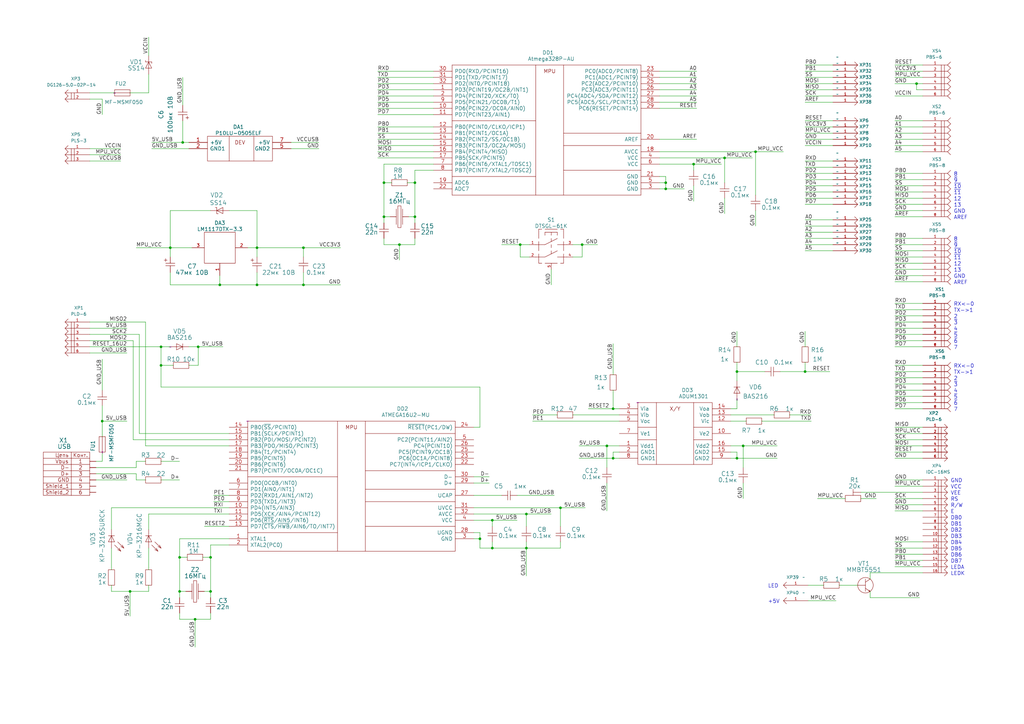
<source format=kicad_sch>
(kicad_sch (version 20211123) (generator eeschema)
  (paper "A3")
  (title_block (title "SafeDuino MEGA 328") (date "10 mar 2016") (rev "1.02"))
  (junction (at 90.17 116.84))
  (junction (at 215.9 210.82))
  (junction (at 80.01 254))
  (junction (at 302.26 152.4))
  (junction (at 251.46 187.96))
  (junction (at 86.36 228.6))
  (junction (at 248.92 182.88))
  (junction (at 41.91 172.72))
  (junction (at 273.05 77.47))
  (junction (at 302.26 187.96))
  (junction (at 304.8 182.88))
  (junction (at 238.76 100.33))
  (junction (at 170.18 74.93))
  (junction (at 297.18 64.77))
  (junction (at 213.36 100.33))
  (junction (at 251.46 167.64))
  (junction (at 309.88 62.23))
  (junction (at 105.41 116.84))
  (junction (at 375.92 34.29))
  (junction (at 157.48 74.93))
  (junction (at 105.41 101.6))
  (junction (at 124.46 116.84))
  (junction (at 284.48 67.31))
  (junction (at 196.85 220.98))
  (junction (at 201.93 213.36))
  (junction (at 163.83 100.33))
  (junction (at 229.87 208.28))
  (junction (at 124.46 101.6))
  (junction (at 74.93 58.42))
  (junction (at 170.18 88.9))
  (junction (at 86.36 242.57))
  (junction (at 73.66 242.57))
  (junction (at 273.05 74.93))
  (junction (at 69.85 101.6))
  (junction (at 81.28 142.24))
  (junction (at 73.66 228.6))
  (junction (at 215.9 224.79))
  (junction (at 157.48 88.9))
  (junction (at 66.04 142.24))
  (junction (at 330.2 152.4))
  (junction (at 66.04 149.86))
  (junction (at 201.93 224.79))
  (junction (at 53.34 242.57))
  (wire (pts (xy 76.835 228.6) (xy 73.66 228.6)))
  (wire (pts (xy 367.03 227.33) (xy 378.46 227.33)))
  (wire (pts (xy 330.2 68.58) (xy 341.63 68.58)))
  (wire (pts (xy 353.06 204.47) (xy 359.41 204.47)))
  (wire (pts (xy 299.72 185.42) (xy 302.26 185.42)))
  (wire (pts (xy 378.46 39.37) (xy 367.03 39.37)))
  (wire (pts (xy 304.8 182.88) (xy 318.77 182.88)))
  (wire (pts (xy 36.83 137.16) (xy 57.15 137.16)))
  (wire (pts (xy 353.06 201.93) (xy 378.46 201.93)))
  (wire (pts (xy 367.03 229.87) (xy 378.46 229.87)))
  (wire (pts (xy 215.9 210.82) (xy 226.06 210.82)))
  (wire (pts (xy 367.03 59.69) (xy 378.46 59.69)))
  (wire (pts (xy 55.88 196.85) (xy 55.88 194.31)))
  (wire (pts (xy 69.85 101.6) (xy 69.85 105.41)))
  (wire (pts (xy 170.18 100.33) (xy 170.18 97.79)))
  (wire (pts (xy 66.04 142.24) (xy 66.04 149.86)))
  (wire (pts (xy 36.83 132.08) (xy 59.69 132.08)))
  (wire (pts (xy 331.47 246.38) (xy 342.9 246.38)))
  (wire (pts (xy 237.49 182.88) (xy 248.92 182.88)))
  (wire (pts (xy 45.72 224.79) (xy 45.72 233.68)))
  (wire (pts (xy 69.85 86.36) (xy 69.85 101.6)))
  (wire (pts (xy 163.83 106.68) (xy 163.83 100.33)))
  (wire (pts (xy 59.69 196.85) (xy 55.88 196.85)))
  (wire (pts (xy 73.66 242.57) (xy 76.2 242.57)))
  (wire (pts (xy 367.03 54.61) (xy 378.46 54.61)))
  (wire (pts (xy 90.17 116.84) (xy 90.17 113.03)))
  (wire (pts (xy 367.03 232.41) (xy 378.46 232.41)))
  (wire (pts (xy 330.2 52.07) (xy 341.63 52.07)))
  (wire (pts (xy 60.96 242.57) (xy 60.96 240.03)))
  (wire (pts (xy 45.72 208.28) (xy 93.98 208.28)))
  (wire (pts (xy 341.63 34.29) (xy 330.2 34.29)))
  (wire (pts (xy 254 172.72) (xy 218.44 172.72)))
  (wire (pts (xy 297.18 74.93) (xy 297.18 64.77)))
  (wire (pts (xy 201.93 224.79) (xy 201.93 222.25)))
  (wire (pts (xy 378.46 88.9) (xy 367.03 88.9)))
  (wire (pts (xy 309.88 86.36) (xy 309.88 92.71)))
  (wire (pts (xy 378.46 134.62) (xy 367.03 134.62)))
  (wire (pts (xy 367.03 204.47) (xy 378.46 204.47)))
  (wire (pts (xy 196.85 218.44) (xy 196.85 220.98)))
  (wire (pts (xy 41.91 172.72) (xy 52.07 172.72)))
  (wire (pts (xy 341.63 31.75) (xy 330.2 31.75)))
  (wire (pts (xy 217.17 105.41) (xy 213.36 105.41)))
  (wire (pts (xy 312.42 172.72) (xy 332.74 172.72)))
  (wire (pts (xy 124.46 116.84) (xy 139.7 116.84)))
  (wire (pts (xy 86.36 223.52) (xy 93.98 223.52)))
  (wire (pts (xy 248.92 182.88) (xy 254 182.88)))
  (wire (pts (xy 105.41 101.6) (xy 105.41 105.41)))
  (wire (pts (xy 69.85 116.84) (xy 69.85 111.76)))
  (wire (pts (xy 309.88 62.23) (xy 321.31 62.23)))
  (wire (pts (xy 215.9 224.79) (xy 229.87 224.79)))
  (wire (pts (xy 205.74 100.33) (xy 213.36 100.33)))
  (wire (pts (xy 36.83 142.24) (xy 66.04 142.24)))
  (wire (pts (xy 367.03 142.24) (xy 378.46 142.24)))
  (wire (pts (xy 66.04 142.24) (xy 69.85 142.24)))
  (wire (pts (xy 302.26 152.4) (xy 313.69 152.4)))
  (wire (pts (xy 59.69 182.88) (xy 59.69 132.08)))
  (wire (pts (xy 375.92 34.29) (xy 378.46 34.29)))
  (wire (pts (xy 49.53 63.5) (xy 36.83 63.5)))
  (wire (pts (xy 367.03 199.39) (xy 378.46 199.39)))
  (wire (pts (xy 330.2 102.87) (xy 341.63 102.87)))
  (wire (pts (xy 378.46 76.2) (xy 367.03 76.2)))
  (wire (pts (xy 270.51 44.45) (xy 285.75 44.45)))
  (wire (pts (xy 60.96 210.82) (xy 60.96 217.17)))
  (wire (pts (xy 73.66 220.98) (xy 73.66 228.6)))
  (wire (pts (xy 375.92 36.83) (xy 378.46 36.83)))
  (wire (pts (xy 154.94 29.21) (xy 177.8 29.21)))
  (wire (pts (xy 213.36 100.33) (xy 217.17 100.33)))
  (wire (pts (xy 53.34 252.73) (xy 53.34 242.57)))
  (wire (pts (xy 196.85 224.79) (xy 201.93 224.79)))
  (wire (pts (xy 201.93 213.36) (xy 212.09 213.36)))
  (wire (pts (xy 378.46 182.88) (xy 367.03 182.88)))
  (wire (pts (xy 270.51 29.21) (xy 285.75 29.21)))
  (wire (pts (xy 285.75 36.83) (xy 270.51 36.83)))
  (wire (pts (xy 237.49 187.96) (xy 251.46 187.96)))
  (wire (pts (xy 157.48 100.33) (xy 163.83 100.33)))
  (wire (pts (xy 124.46 101.6) (xy 139.7 101.6)))
  (wire (pts (xy 330.2 76.2) (xy 341.63 76.2)))
  (wire (pts (xy 254 185.42) (xy 251.46 185.42)))
  (wire (pts (xy 341.63 29.21) (xy 330.2 29.21)))
  (wire (pts (xy 378.46 160.02) (xy 367.03 160.02)))
  (wire (pts (xy 196.85 175.26) (xy 194.31 175.26)))
  (wire (pts (xy 320.04 152.4) (xy 330.2 152.4)))
  (wire (pts (xy 378.46 71.12) (xy 367.03 71.12)))
  (wire (pts (xy 356.87 245.11) (xy 377.19 245.11)))
  (wire (pts (xy 378.46 177.8) (xy 367.03 177.8)))
  (wire (pts (xy 53.34 38.1) (xy 60.96 38.1)))
  (wire (pts (xy 86.36 223.52) (xy 86.36 228.6)))
  (wire (pts (xy 105.41 116.84) (xy 105.41 111.76)))
  (wire (pts (xy 375.92 34.29) (xy 375.92 36.83)))
  (wire (pts (xy 73.66 228.6) (xy 73.66 242.57)))
  (wire (pts (xy 49.53 66.04) (xy 36.83 66.04)))
  (wire (pts (xy 170.18 69.85) (xy 170.18 74.93)))
  (wire (pts (xy 77.47 142.24) (xy 81.28 142.24)))
  (wire (pts (xy 270.51 57.15) (xy 285.75 57.15)))
  (wire (pts (xy 53.34 242.57) (xy 60.96 242.57)))
  (wire (pts (xy 378.46 52.07) (xy 367.03 52.07)))
  (wire (pts (xy 302.26 152.4) (xy 302.26 156.21)))
  (wire (pts (xy 367.03 196.85) (xy 378.46 196.85)))
  (wire (pts (xy 201.93 213.36) (xy 201.93 215.9)))
  (wire (pts (xy 330.2 152.4) (xy 340.36 152.4)))
  (wire (pts (xy 367.03 124.46) (xy 378.46 124.46)))
  (wire (pts (xy 378.46 113.03) (xy 367.03 113.03)))
  (wire (pts (xy 378.46 110.49) (xy 367.03 110.49)))
  (wire (pts (xy 215.9 210.82) (xy 215.9 215.9)))
  (wire (pts (xy 41.91 46.99) (xy 41.91 40.64)))
  (wire (pts (xy 52.07 196.85) (xy 39.37 196.85)))
  (wire (pts (xy 285.75 31.75) (xy 270.51 31.75)))
  (wire (pts (xy 378.46 102.87) (xy 367.03 102.87)))
  (wire (pts (xy 270.51 67.31) (xy 284.48 67.31)))
  (wire (pts (xy 297.18 81.28) (xy 297.18 87.63)))
  (wire (pts (xy 270.51 41.91) (xy 285.75 41.91)))
  (wire (pts (xy 341.63 41.91) (xy 330.2 41.91)))
  (wire (pts (xy 196.85 158.75) (xy 196.85 175.26)))
  (wire (pts (xy 73.66 242.57) (xy 73.66 245.11)))
  (wire (pts (xy 105.41 101.6) (xy 124.46 101.6)))
  (wire (pts (xy 378.46 83.82) (xy 367.03 83.82)))
  (wire (pts (xy 60.96 210.82) (xy 93.98 210.82)))
  (wire (pts (xy 378.46 152.4) (xy 367.03 152.4)))
  (wire (pts (xy 177.8 46.99) (xy 154.94 46.99)))
  (wire (pts (xy 194.31 213.36) (xy 201.93 213.36)))
  (wire (pts (xy 270.51 77.47) (xy 273.05 77.47)))
  (wire (pts (xy 299.72 167.64) (xy 302.26 167.64)))
  (wire (pts (xy 54.61 180.34) (xy 93.98 180.34)))
  (wire (pts (xy 177.8 41.91) (xy 154.94 41.91)))
  (wire (pts (xy 194.31 208.28) (xy 229.87 208.28)))
  (wire (pts (xy 367.03 207.01) (xy 378.46 207.01)))
  (wire (pts (xy 367.03 34.29) (xy 375.92 34.29)))
  (wire (pts (xy 81.28 142.24) (xy 91.44 142.24)))
  (wire (pts (xy 69.85 101.6) (xy 78.74 101.6)))
  (wire (pts (xy 41.91 40.64) (xy 36.83 40.64)))
  (wire (pts (xy 341.63 78.74) (xy 330.2 78.74)))
  (wire (pts (xy 73.66 254) (xy 73.66 251.46)))
  (wire (pts (xy 41.91 189.23) (xy 41.91 185.42)))
  (wire (pts (xy 238.76 100.33) (xy 245.11 100.33)))
  (wire (pts (xy 378.46 157.48) (xy 367.03 157.48)))
  (wire (pts (xy 55.88 189.23) (xy 59.69 189.23)))
  (wire (pts (xy 356.87 234.95) (xy 378.46 234.95)))
  (wire (pts (xy 241.3 167.64) (xy 251.46 167.64)))
  (wire (pts (xy 69.85 86.36) (xy 86.36 86.36)))
  (wire (pts (xy 248.92 198.12) (xy 248.92 209.55)))
  (wire (pts (xy 367.03 149.86) (xy 378.46 149.86)))
  (wire (pts (xy 273.05 74.93) (xy 273.05 77.47)))
  (wire (pts (xy 163.83 100.33) (xy 170.18 100.33)))
  (wire (pts (xy 60.96 22.86) (xy 60.96 15.24)))
  (wire (pts (xy 330.2 83.82) (xy 341.63 83.82)))
  (wire (pts (xy 105.41 116.84) (xy 124.46 116.84)))
  (wire (pts (xy 57.15 177.8) (xy 57.15 137.16)))
  (wire (pts (xy 93.98 177.8) (xy 57.15 177.8)))
  (wire (pts (xy 270.51 74.93) (xy 273.05 74.93)))
  (wire (pts (xy 331.47 240.03) (xy 337.82 240.03)))
  (wire (pts (xy 194.31 218.44) (xy 196.85 218.44)))
  (wire (pts (xy 105.41 86.36) (xy 105.41 101.6)))
  (wire (pts (xy 304.8 204.47) (xy 304.8 198.12)))
  (wire (pts (xy 330.2 66.04) (xy 341.63 66.04)))
  (wire (pts (xy 284.48 67.31) (xy 295.91 67.31)))
  (wire (pts (xy 157.48 88.9) (xy 160.02 88.9)))
  (wire (pts (xy 330.2 49.53) (xy 341.63 49.53)))
  (wire (pts (xy 238.76 105.41) (xy 238.76 100.33)))
  (wire (pts (xy 83.82 242.57) (xy 86.36 242.57)))
  (wire (pts (xy 62.23 60.96) (xy 77.47 60.96)))
  (wire (pts (xy 251.46 185.42) (xy 251.46 187.96)))
  (wire (pts (xy 251.46 153.67) (xy 251.46 140.97)))
  (wire (pts (xy 54.61 139.7) (xy 54.61 180.34)))
  (wire (pts (xy 248.92 191.77) (xy 248.92 182.88)))
  (wire (pts (xy 49.53 60.96) (xy 36.83 60.96)))
  (wire (pts (xy 330.2 54.61) (xy 341.63 54.61)))
  (wire (pts (xy 101.6 101.6) (xy 105.41 101.6)))
  (wire (pts (xy 213.36 105.41) (xy 213.36 100.33)))
  (wire (pts (xy 36.83 38.1) (xy 46.99 38.1)))
  (wire (pts (xy 170.18 88.9) (xy 170.18 91.44)))
  (wire (pts (xy 74.93 58.42) (xy 77.47 58.42)))
  (wire (pts (xy 36.83 134.62) (xy 52.07 134.62)))
  (wire (pts (xy 154.94 44.45) (xy 177.8 44.45)))
  (wire (pts (xy 378.46 78.74) (xy 367.03 78.74)))
  (wire (pts (xy 299.72 187.96) (xy 302.26 187.96)))
  (wire (pts (xy 154.94 62.23) (xy 177.8 62.23)))
  (wire (pts (xy 45.72 217.17) (xy 45.72 208.28)))
  (wire (pts (xy 302.26 148.59) (xy 302.26 152.4)))
  (wire (pts (xy 119.38 58.42) (xy 130.81 58.42)))
  (wire (pts (xy 80.01 254) (xy 86.36 254)))
  (wire (pts (xy 309.88 80.01) (xy 309.88 62.23)))
  (wire (pts (xy 154.94 39.37) (xy 177.8 39.37)))
  (wire (pts (xy 341.63 39.37) (xy 330.2 39.37)))
  (wire (pts (xy 341.63 57.15) (xy 330.2 57.15)))
  (wire (pts (xy 341.63 36.83) (xy 330.2 36.83)))
  (wire (pts (xy 170.18 74.93) (xy 170.18 88.9)))
  (wire (pts (xy 378.46 105.41) (xy 367.03 105.41)))
  (wire (pts (xy 367.03 26.67) (xy 378.46 26.67)))
  (wire (pts (xy 367.03 154.94) (xy 378.46 154.94)))
  (wire (pts (xy 177.8 34.29) (xy 154.94 34.29)))
  (wire (pts (xy 254 170.18) (xy 234.95 170.18)))
  (wire (pts (xy 335.28 204.47) (xy 346.71 204.47)))
  (wire (pts (xy 74.93 49.53) (xy 74.93 58.42)))
  (wire (pts (xy 251.46 160.02) (xy 251.46 167.64)))
  (wire (pts (xy 304.8 191.77) (xy 304.8 182.88)))
  (wire (pts (xy 90.17 116.84) (xy 105.41 116.84)))
  (wire (pts (xy 378.46 73.66) (xy 367.03 73.66)))
  (wire (pts (xy 234.95 100.33) (xy 238.76 100.33)))
  (wire (pts (xy 378.46 81.28) (xy 367.03 81.28)))
  (wire (pts (xy 41.91 166.37) (xy 41.91 172.72)))
  (wire (pts (xy 330.2 152.4) (xy 330.2 148.59)))
  (wire (pts (xy 367.03 167.64) (xy 378.46 167.64)))
  (wire (pts (xy 330.2 100.33) (xy 341.63 100.33)))
  (wire (pts (xy 177.8 54.61) (xy 154.94 54.61)))
  (wire (pts (xy 215.9 222.25) (xy 215.9 224.79)))
  (wire (pts (xy 81.28 142.24) (xy 81.28 149.86)))
  (wire (pts (xy 45.72 242.57) (xy 53.34 242.57)))
  (wire (pts (xy 55.88 101.6) (xy 69.85 101.6)))
  (wire (pts (xy 330.2 142.24) (xy 330.2 135.89)))
  (wire (pts (xy 194.31 198.12) (xy 200.66 198.12)))
  (wire (pts (xy 80.01 265.43) (xy 80.01 254)))
  (wire (pts (xy 157.48 88.9) (xy 157.48 91.44)))
  (wire (pts (xy 270.51 64.77) (xy 297.18 64.77)))
  (wire (pts (xy 60.96 233.68) (xy 60.96 224.79)))
  (wire (pts (xy 86.36 228.6) (xy 86.36 242.57)))
  (wire (pts (xy 60.96 38.1) (xy 60.96 30.48)))
  (wire (pts (xy 378.46 100.33) (xy 367.03 100.33)))
  (wire (pts (xy 36.83 139.7) (xy 54.61 139.7)))
  (wire (pts (xy 302.26 185.42) (xy 302.26 187.96)))
  (wire (pts (xy 378.46 127) (xy 367.03 127)))
  (wire (pts (xy 87.63 205.74) (xy 93.98 205.74)))
  (wire (pts (xy 367.03 222.25) (xy 378.46 222.25)))
  (wire (pts (xy 341.63 90.17) (xy 330.2 90.17)))
  (wire (pts (xy 124.46 111.76) (xy 124.46 116.84)))
  (wire (pts (xy 378.46 139.7) (xy 367.03 139.7)))
  (wire (pts (xy 378.46 115.57) (xy 367.03 115.57)))
  (wire (pts (xy 66.04 189.23) (xy 73.66 189.23)))
  (wire (pts (xy 73.66 254) (xy 80.01 254)))
  (wire (pts (xy 69.85 116.84) (xy 90.17 116.84)))
  (wire (pts (xy 194.31 203.2) (xy 205.74 203.2)))
  (wire (pts (xy 330.2 92.71) (xy 341.63 92.71)))
  (wire (pts (xy 194.31 195.58) (xy 200.66 195.58)))
  (wire (pts (xy 39.37 189.23) (xy 41.91 189.23)))
  (wire (pts (xy 177.8 31.75) (xy 154.94 31.75)))
  (wire (pts (xy 251.46 187.96) (xy 254 187.96)))
  (wire (pts (xy 367.03 209.55) (xy 378.46 209.55)))
  (wire (pts (xy 81.28 149.86) (xy 77.47 149.86)))
  (wire (pts (xy 284.48 69.85) (xy 284.48 67.31)))
  (wire (pts (xy 201.93 224.79) (xy 215.9 224.79)))
  (wire (pts (xy 157.48 67.31) (xy 157.48 74.93)))
  (wire (pts (xy 194.31 210.82) (xy 215.9 210.82)))
  (wire (pts (xy 66.04 196.85) (xy 73.66 196.85)))
  (wire (pts (xy 86.36 242.57) (xy 86.36 245.11)))
  (wire (pts (xy 167.64 88.9) (xy 170.18 88.9)))
  (wire (pts (xy 330.2 73.66) (xy 341.63 73.66)))
  (wire (pts (xy 86.36 254) (xy 86.36 251.46)))
  (wire (pts (xy 367.03 162.56) (xy 378.46 162.56)))
  (wire (pts (xy 270.51 34.29) (xy 285.75 34.29)))
  (wire (pts (xy 378.46 132.08) (xy 367.03 132.08)))
  (wire (pts (xy 41.91 172.72) (xy 41.91 179.07)))
  (wire (pts (xy 41.91 160.02) (xy 41.91 147.32)))
  (wire (pts (xy 367.03 129.54) (xy 378.46 129.54)))
  (wire (pts (xy 196.85 220.98) (xy 196.85 224.79)))
  (wire (pts (xy 218.44 170.18) (xy 228.6 170.18)))
  (wire (pts (xy 93.98 182.88) (xy 59.69 182.88)))
  (wire (pts (xy 367.03 29.21) (xy 378.46 29.21)))
  (wire (pts (xy 367.03 224.79) (xy 378.46 224.79)))
  (wire (pts (xy 124.46 101.6) (xy 124.46 105.41)))
  (wire (pts (xy 157.48 67.31) (xy 177.8 67.31)))
  (wire (pts (xy 157.48 100.33) (xy 157.48 97.79)))
  (wire (pts (xy 154.94 57.15) (xy 177.8 57.15)))
  (wire (pts (xy 378.46 107.95) (xy 367.03 107.95)))
  (wire (pts (xy 170.18 69.85) (xy 177.8 69.85)))
  (wire (pts (xy 160.655 74.93) (xy 157.48 74.93)))
  (wire (pts (xy 378.46 165.1) (xy 367.03 165.1)))
  (wire (pts (xy 356.87 242.57) (xy 356.87 245.11)))
  (wire (pts (xy 66.04 158.75) (xy 196.85 158.75)))
  (wire (pts (xy 74.93 31.75) (xy 74.93 43.18)))
  (wire (pts (xy 45.72 242.57) (xy 45.72 240.03)))
  (wire (pts (xy 378.46 175.26) (xy 367.03 175.26)))
  (wire (pts (xy 367.03 49.53) (xy 378.46 49.53)))
  (wire (pts (xy 154.94 64.77) (xy 177.8 64.77)))
  (wire (pts (xy 71.12 149.86) (xy 66.04 149.86)))
  (wire (pts (xy 105.41 86.36) (xy 93.98 86.36)))
  (wire (pts (xy 302.26 142.24) (xy 302.26 135.89)))
  (wire (pts (xy 330.2 95.25) (xy 341.63 95.25)))
  (wire (pts (xy 273.05 77.47) (xy 280.67 77.47)))
  (wire (pts (xy 229.87 215.9) (xy 229.87 208.28)))
  (wire (pts (xy 212.09 203.2) (xy 227.33 203.2)))
  (wire (pts (xy 367.03 31.75) (xy 378.46 31.75)))
  (wire (pts (xy 226.06 116.84) (xy 226.06 110.49)))
  (wire (pts (xy 297.18 64.77) (xy 308.61 64.77)))
  (wire (pts (xy 215.9 224.79) (xy 215.9 236.22)))
  (wire (pts (xy 229.87 224.79) (xy 229.87 222.25)))
  (wire (pts (xy 378.46 57.15) (xy 367.03 57.15)))
  (wire (pts (xy 157.48 74.93) (xy 157.48 88.9)))
  (wire (pts (xy 367.03 62.23) (xy 378.46 62.23)))
  (wire (pts (xy 154.94 36.83) (xy 177.8 36.83)))
  (wire (pts (xy 330.2 81.28) (xy 341.63 81.28)))
  (wire (pts (xy 62.23 58.42) (xy 74.93 58.42)))
  (wire (pts (xy 378.46 97.79) (xy 367.03 97.79)))
  (wire (pts (xy 341.63 97.79) (xy 330.2 97.79)))
  (wire (pts (xy 284.48 76.2) (xy 284.48 82.55)))
  (wire (pts (xy 302.26 167.64) (xy 302.26 163.83)))
  (wire (pts (xy 273.05 72.39) (xy 273.05 74.93)))
  (wire (pts (xy 378.46 180.34) (xy 367.03 180.34)))
  (wire (pts (xy 356.87 237.49) (xy 356.87 234.95)))
  (wire (pts (xy 367.03 187.96) (xy 378.46 187.96)))
  (wire (pts (xy 119.38 60.96) (xy 130.81 60.96)))
  (wire (pts (xy 66.04 149.86) (xy 66.04 158.75)))
  (wire (pts (xy 234.95 105.41) (xy 238.76 105.41)))
  (wire (pts (xy 302.26 187.96) (xy 318.77 187.96)))
  (wire (pts (xy 332.74 170.18) (xy 323.85 170.18)))
  (wire (pts (xy 170.18 74.93) (xy 167.005 74.93)))
  (wire (pts (xy 83.82 215.9) (xy 93.98 215.9)))
  (wire (pts (xy 251.46 167.64) (xy 254 167.64)))
  (wire (pts (xy 344.17 240.03) (xy 351.79 240.03)))
  (wire (pts (xy 196.85 220.98) (xy 194.31 220.98)))
  (wire (pts (xy 55.88 191.77) (xy 55.88 189.23)))
  (wire (pts (xy 270.51 39.37) (xy 285.75 39.37)))
  (wire (pts (xy 39.37 191.77) (xy 55.88 191.77)))
  (wire (pts (xy 73.66 220.98) (xy 93.98 220.98)))
  (wire (pts (xy 273.05 72.39) (xy 270.51 72.39)))
  (wire (pts (xy 154.94 52.07) (xy 177.8 52.07)))
  (wire (pts (xy 378.46 86.36) (xy 367.03 86.36)))
  (wire (pts (xy 378.46 185.42) (xy 367.03 185.42)))
  (wire (pts (xy 341.63 71.12) (xy 330.2 71.12)))
  (wire (pts (xy 229.87 208.28) (xy 240.03 208.28)))
  (wire (pts (xy 270.51 62.23) (xy 309.88 62.23)))
  (wire (pts (xy 154.94 59.69) (xy 177.8 59.69)))
  (wire (pts (xy 87.63 203.2) (xy 93.98 203.2)))
  (wire (pts (xy 367.03 137.16) (xy 378.46 137.16)))
  (wire (pts (xy 306.07 172.72) (xy 299.72 172.72)))
  (wire (pts (xy 341.63 26.67) (xy 330.2 26.67)))
  (wire (pts (xy 52.07 144.78) (xy 36.83 144.78)))
  (wire (pts (xy 341.63 59.69) (xy 330.2 59.69)))
  (wire (pts (xy 55.88 194.31) (xy 39.37 194.31)))
  (wire (pts (xy 299.72 170.18) (xy 317.5 170.18)))
  (wire (pts (xy 299.72 182.88) (xy 304.8 182.88)))
  (wire (pts (xy 86.36 228.6) (xy 83.185 228.6)))
  (text "GND" (at 391.16 114.3 0) (effects (font (size 1.524 1.524)) (justify left bottom)))
  (text "RX<-0" (at 391.16 151.13 0) (effects (font (size 1.524 1.524)) (justify left bottom)))
  (text "DB2" (at 389.89 218.44 0) (effects (font (size 1.524 1.524)) (justify left bottom)))
  (text "AREF" (at 391.16 116.84 0) (effects (font (size 1.524 1.524)) (justify left bottom)))
  (text "E" (at 389.89 210.82 0) (effects (font (size 1.524 1.524)) (justify left bottom)))
  (text "TX->1" (at 391.16 128.27 0) (effects (font (size 1.524 1.524)) (justify left bottom)))
  (text "~{3}" (at 391.16 133.35 0) (effects (font (size 1.524 1.524)) (justify left bottom)))
  (text "GND" (at 389.89 198.12 0) (effects (font (size 1.524 1.524)) (justify left bottom)))
  (text "13" (at 391.16 111.76 0) (effects (font (size 1.524 1.524)) (justify left bottom)))
  (text "AREF" (at 391.16 90.17 0) (effects (font (size 1.524 1.524)) (justify left bottom)))
  (text "DB6" (at 389.89 228.6 0) (effects (font (size 1.524 1.524)) (justify left bottom)))
  (text "DB5" (at 389.89 226.06 0) (effects (font (size 1.524 1.524)) (justify left bottom)))
  (text "~{6}" (at 391.16 140.97 0) (effects (font (size 1.524 1.524)) (justify left bottom)))
  (text "7" (at 391.16 143.51 0) (effects (font (size 1.524 1.524)) (justify left bottom)))
  (text "2" (at 391.16 156.21 0) (effects (font (size 1.524 1.524)) (justify left bottom)))
  (text "12" (at 391.16 82.55 0) (effects (font (size 1.524 1.524)) (justify left bottom)))
  (text "LEDA" (at 389.89 233.68 0) (effects (font (size 1.524 1.524)) (justify left bottom)))
  (text "DB7" (at 389.89 231.14 0) (effects (font (size 1.524 1.524)) (justify left bottom)))
  (text "LED" (at 314.96 241.3 0) (effects (font (size 1.524 1.524)) (justify left bottom)))
  (text "~{5}" (at 391.16 163.83 0) (effects (font (size 1.524 1.524)) (justify left bottom)))
  (text "8" (at 391.16 99.06 0) (effects (font (size 1.524 1.524)) (justify left bottom)))
  (text "VEE" (at 389.89 203.2 0) (effects (font (size 1.524 1.524)) (justify left bottom)))
  (text "~{5}" (at 391.16 138.43 0) (effects (font (size 1.524 1.524)) (justify left bottom)))
  (text "DB3" (at 389.89 220.98 0) (effects (font (size 1.524 1.524)) (justify left bottom)))
  (text "~{6}" (at 391.16 166.37 0) (effects (font (size 1.524 1.524)) (justify left bottom)))
  (text "~{10}" (at 391.16 104.14 0) (effects (font (size 1.524 1.524)) (justify left bottom)))
  (text "RS" (at 389.89 205.74 0) (effects (font (size 1.524 1.524)) (justify left bottom)))
  (text "~{9}" (at 391.16 74.93 0) (effects (font (size 1.524 1.524)) (justify left bottom)))
  (text "DB1" (at 389.89 215.9 0) (effects (font (size 1.524 1.524)) (justify left bottom)))
  (text "13" (at 391.16 85.09 0) (effects (font (size 1.524 1.524)) (justify left bottom)))
  (text "~{11}" (at 391.16 106.68 0) (effects (font (size 1.524 1.524)) (justify left bottom)))
  (text "GND" (at 391.16 87.63 0) (effects (font (size 1.524 1.524)) (justify left bottom)))
  (text "12" (at 391.16 109.22 0) (effects (font (size 1.524 1.524)) (justify left bottom)))
  (text "LEDK" (at 389.89 236.22 0) (effects (font (size 1.524 1.524)) (justify left bottom)))
  (text "+5V" (at 314.96 247.65 0) (effects (font (size 1.524 1.524)) (justify left bottom)))
  (text "7" (at 391.16 168.91 0) (effects (font (size 1.524 1.524)) (justify left bottom)))
  (text "R/W" (at 389.89 208.28 0) (effects (font (size 1.524 1.524)) (justify left bottom)))
  (text "~{10}" (at 391.16 77.47 0) (effects (font (size 1.524 1.524)) (justify left bottom)))
  (text "DB4" (at 389.89 223.52 0) (effects (font (size 1.524 1.524)) (justify left bottom)))
  (text "TX->1" (at 391.16 153.67 0) (effects (font (size 1.524 1.524)) (justify left bottom)))
  (text "4" (at 391.16 161.29 0) (effects (font (size 1.524 1.524)) (justify left bottom)))
  (text "~{11}" (at 391.16 80.01 0) (effects (font (size 1.524 1.524)) (justify left bottom)))
  (text "4" (at 391.16 135.89 0) (effects (font (size 1.524 1.524)) (justify left bottom)))
  (text "RX<-0" (at 391.16 125.73 0) (effects (font (size 1.524 1.524)) (justify left bottom)))
  (text "~{3}" (at 391.16 158.75 0) (effects (font (size 1.524 1.524)) (justify left bottom)))
  (text "8" (at 391.16 72.39 0) (effects (font (size 1.524 1.524)) (justify left bottom)))
  (text "VCC" (at 389.89 200.66 0) (effects (font (size 1.524 1.524)) (justify left bottom)))
  (text "DB0" (at 389.89 213.36 0) (effects (font (size 1.524 1.524)) (justify left bottom)))
  (text "2" (at 391.16 130.81 0) (effects (font (size 1.524 1.524)) (justify left bottom)))
  (text "~{9}" (at 391.16 101.6 0) (effects (font (size 1.524 1.524)) (justify left bottom)))
  (label "PD7" (at 154.94 46.99 0) (effects (font (size 1.524 1.524))))
  (label "A4" (at 330.2 100.33 0) (effects (font (size 1.524 1.524))))
  (label "RESET2" (at 241.3 167.64 0) (effects (font (size 1.524 1.524))))
  (label "AREF" (at 330.2 41.91 0) (effects (font (size 1.524 1.524))))
  (label "5V_USB" (at 53.34 252.73 90) (effects (font (size 1.524 1.524))))
  (label "RESET" (at 285.75 44.45 180) (effects (font (size 1.524 1.524))))
  (label "GND" (at 359.41 204.47 180) (effects (font (size 1.524 1.524))))
  (label "A3" (at 330.2 97.79 0) (effects (font (size 1.524 1.524))))
  (label "PB0" (at 367.03 97.79 0) (effects (font (size 1.524 1.524))))
  (label "GND" (at 367.03 196.85 0) (effects (font (size 1.524 1.524))))
  (label "GND_USB" (at 227.33 203.2 180) (effects (font (size 1.524 1.524))))
  (label "MPU_VCC" (at 55.88 101.6 0) (effects (font (size 1.524 1.524))))
  (label "VCCIN" (at 367.03 39.37 0) (effects (font (size 1.524 1.524))))
  (label "TXD" (at 154.94 31.75 0) (effects (font (size 1.524 1.524))))
  (label "GND" (at 330.2 57.15 0) (effects (font (size 1.524 1.524))))
  (label "GND_USB" (at 62.23 60.96 0) (effects (font (size 1.524 1.524))))
  (label "GND_USB" (at 41.91 147.32 270) (effects (font (size 1.524 1.524))))
  (label "RESET" (at 367.03 185.42 0) (effects (font (size 1.524 1.524))))
  (label "SCK" (at 154.94 64.77 0) (effects (font (size 1.524 1.524))))
  (label "RESET" (at 330.2 49.53 0) (effects (font (size 1.524 1.524))))
  (label "SS" (at 367.03 224.79 0) (effects (font (size 1.524 1.524))))
  (label "SS" (at 154.94 57.15 0) (effects (font (size 1.524 1.524))))
  (label "5V_USB" (at 52.07 172.72 180) (effects (font (size 1.524 1.524))))
  (label "A1" (at 367.03 52.07 0) (effects (font (size 1.524 1.524))))
  (label "GND" (at 318.77 187.96 180) (effects (font (size 1.524 1.524))))
  (label "RXD" (at 367.03 149.86 0) (effects (font (size 1.524 1.524))))
  (label "PD5" (at 367.03 137.16 0) (effects (font (size 1.524 1.524))))
  (label "RXD" (at 154.94 29.21 0) (effects (font (size 1.524 1.524))))
  (label "A1" (at 285.75 31.75 180) (effects (font (size 1.524 1.524))))
  (label "PB1" (at 367.03 73.66 0) (effects (font (size 1.524 1.524))))
  (label "MISO" (at 367.03 107.95 0) (effects (font (size 1.524 1.524))))
  (label "PD4" (at 154.94 39.37 0) (effects (font (size 1.524 1.524))))
  (label "MOSI2" (at 52.07 139.7 180) (effects (font (size 1.524 1.524))))
  (label "5V_USB" (at 237.49 182.88 0) (effects (font (size 1.524 1.524))))
  (label "PB1" (at 154.94 54.61 0) (effects (font (size 1.524 1.524))))
  (label "GND_USB" (at 52.07 196.85 180) (effects (font (size 1.524 1.524))))
  (label "PD2" (at 154.94 34.29 0) (effects (font (size 1.524 1.524))))
  (label "GND" (at 302.26 135.89 270) (effects (font (size 1.524 1.524))))
  (label "D+" (at 200.66 198.12 180) (effects (font (size 1.524 1.524))))
  (label "MISO" (at 367.03 81.28 0) (effects (font (size 1.524 1.524))))
  (label "GND_USB" (at 248.92 209.55 90) (effects (font (size 1.524 1.524))))
  (label "PE1" (at 218.44 172.72 0) (effects (font (size 1.524 1.524))))
  (label "VCC3V3" (at 367.03 29.21 0) (effects (font (size 1.524 1.524))))
  (label "PD3" (at 154.94 36.83 0) (effects (font (size 1.524 1.524))))
  (label "GND_USB" (at 251.46 140.97 270) (effects (font (size 1.524 1.524))))
  (label "TXD" (at 367.03 152.4 0) (effects (font (size 1.524 1.524))))
  (label "AREF" (at 367.03 115.57 0) (effects (font (size 1.524 1.524))))
  (label "MPU_VCC" (at 367.03 31.75 0) (effects (font (size 1.524 1.524))))
  (label "PD7" (at 367.03 142.24 0) (effects (font (size 1.524 1.524))))
  (label "PD6" (at 367.03 165.1 0) (effects (font (size 1.524 1.524))))
  (label "SCK" (at 367.03 180.34 0) (effects (font (size 1.524 1.524))))
  (label "GND_USB" (at 52.07 144.78 180) (effects (font (size 1.524 1.524))))
  (label "PD4" (at 330.2 76.2 0) (effects (font (size 1.524 1.524))))
  (label "MPU_VCC" (at 318.77 182.88 180) (effects (font (size 1.524 1.524))))
  (label "PD6" (at 154.94 44.45 0) (effects (font (size 1.524 1.524))))
  (label "MOSI" (at 330.2 34.29 0) (effects (font (size 1.524 1.524))))
  (label "MOSI" (at 154.94 59.69 0) (effects (font (size 1.524 1.524))))
  (label "VCCIN" (at 42.8752 60.96 0) (effects (font (size 1.524 1.524))))
  (label "PB1" (at 367.03 100.33 0) (effects (font (size 1.524 1.524))))
  (label "VCCUSB" (at 40.64 66.04 0) (effects (font (size 1.524 1.524))))
  (label "A2" (at 330.2 95.25 0) (effects (font (size 1.524 1.524))))
  (label "GND" (at 245.11 100.33 180) (effects (font (size 1.524 1.524))))
  (label "SCK" (at 367.03 83.82 0) (effects (font (size 1.524 1.524))))
  (label "GND_USB" (at 215.9 236.22 90) (effects (font (size 1.524 1.524))))
  (label "MOSI" (at 367.03 78.74 0) (effects (font (size 1.524 1.524))))
  (label "MISO" (at 330.2 36.83 0) (effects (font (size 1.524 1.524))))
  (label "GND" (at 367.03 207.01 0) (effects (font (size 1.524 1.524))))
  (label "VCCIN" (at 330.2 59.69 0) (effects (font (size 1.524 1.524))))
  (label "PE0" (at 218.44 170.18 0) (effects (font (size 1.524 1.524))))
  (label "AREF" (at 367.03 88.9 0) (effects (font (size 1.524 1.524))))
  (label "MISO" (at 367.03 209.55 0) (effects (font (size 1.524 1.524))))
  (label "PD7" (at 367.03 167.64 0) (effects (font (size 1.524 1.524))))
  (label "A5" (at 330.2 102.87 0) (effects (font (size 1.524 1.524))))
  (label "TXD" (at 330.2 68.58 0) (effects (font (size 1.524 1.524))))
  (label "5V_USB" (at 240.03 208.28 180) (effects (font (size 1.524 1.524))))
  (label "GND" (at 226.06 116.84 90) (effects (font (size 1.524 1.524))))
  (label "MPU_VCC" (at 367.03 232.41 0) (effects (font (size 1.524 1.524))))
  (label "PD7" (at 330.2 83.82 0) (effects (font (size 1.524 1.524))))
  (label "D-" (at 200.66 195.58 180) (effects (font (size 1.524 1.524))))
  (label "GND" (at 130.81 60.96 180) (effects (font (size 1.524 1.524))))
  (label "TXI" (at 87.63 210.82 0) (effects (font (size 1.524 1.524))))
  (label "MPU_VCC" (at 335.28 204.47 0) (effects (font (size 1.524 1.524))))
  (label "A3" (at 367.03 57.15 0) (effects (font (size 1.524 1.524))))
  (label "PD5" (at 367.03 162.56 0) (effects (font (size 1.524 1.524))))
  (label "TXD" (at 332.74 172.72 180) (effects (font (size 1.524 1.524))))
  (label "A3" (at 285.75 36.83 180) (effects (font (size 1.524 1.524))))
  (label "PE1" (at 87.63 203.2 0) (effects (font (size 1.524 1.524))))
  (label "D-" (at 73.66 189.23 180) (effects (font (size 1.524 1.524))))
  (label "PD6" (at 330.2 81.28 0) (effects (font (size 1.524 1.524))))
  (label "SCK" (at 367.03 110.49 0) (effects (font (size 1.524 1.524))))
  (label "MOSI" (at 367.03 222.25 0) (effects (font (size 1.524 1.524))))
  (label "MOSI" (at 367.03 182.88 0) (effects (font (size 1.524 1.524))))
  (label "AREF" (at 285.75 57.15 180) (effects (font (size 1.524 1.524))))
  (label "TXD" (at 367.03 127 0) (effects (font (size 1.524 1.524))))
  (label "PB1" (at 367.03 229.87 0) (effects (font (size 1.524 1.524))))
  (label "RESET" (at 340.36 152.4 180) (effects (font (size 1.524 1.524))))
  (label "PD6" (at 367.03 139.7 0) (effects (font (size 1.524 1.524))))
  (label "MISO2" (at 52.07 132.08 180) (effects (font (size 1.524 1.524))))
  (label "5V_USB" (at 62.23 58.42 0) (effects (font (size 1.524 1.524))))
  (label "MPU_VCC" (at 330.2 54.61 0) (effects (font (size 1.524 1.524))))
  (label "SS" (at 367.03 102.87 0) (effects (font (size 1.524 1.524))))
  (label "GND" (at 330.2 135.89 270) (effects (font (size 1.524 1.524))))
  (label "A2" (at 367.03 54.61 0) (effects (font (size 1.524 1.524))))
  (label "SCK" (at 367.03 204.47 0) (effects (font (size 1.524 1.524))))
  (label "PB1" (at 330.2 29.21 0) (effects (font (size 1.524 1.524))))
  (label "A0" (at 367.03 49.53 0) (effects (font (size 1.524 1.524))))
  (label "MPU_VCC" (at 39.1668 63.5 0) (effects (font (size 1.524 1.524))))
  (label "PB0" (at 367.03 227.33 0) (effects (font (size 1.524 1.524))))
  (label "GND" (at 377.19 245.11 180) (effects (font (size 1.524 1.524))))
  (label "RESET" (at 205.74 100.33 0) (effects (font (size 1.524 1.524))))
  (label "SCK" (at 330.2 39.37 0) (effects (font (size 1.524 1.524))))
  (label "A4" (at 285.75 39.37 180) (effects (font (size 1.524 1.524))))
  (label "PD4" (at 367.03 160.02 0) (effects (font (size 1.524 1.524))))
  (label "GND" (at 309.88 92.71 90) (effects (font (size 1.524 1.524))))
  (label "PD3" (at 367.03 157.48 0) (effects (font (size 1.524 1.524))))
  (label "MPU_VCC" (at 308.61 64.77 180) (effects (font (size 1.524 1.524))))
  (label "RXD" (at 332.74 170.18 180) (effects (font (size 1.524 1.524))))
  (label "GND" (at 280.67 77.47 180) (effects (font (size 1.524 1.524))))
  (label "5V_USB" (at 91.44 142.24 180) (effects (font (size 1.524 1.524))))
  (label "A2" (at 285.75 34.29 180) (effects (font (size 1.524 1.524))))
  (label "GND" (at 139.7 116.84 180) (effects (font (size 1.524 1.524))))
  (label "RXI" (at 87.63 208.28 0) (effects (font (size 1.524 1.524))))
  (label "RESET" (at 367.03 26.67 0) (effects (font (size 1.524 1.524))))
  (label "GND" (at 41.91 46.99 90) (effects (font (size 1.524 1.524))))
  (label "5V_USB" (at 226.06 210.82 180) (effects (font (size 1.524 1.524))))
  (label "PB0" (at 154.94 52.07 0) (effects (font (size 1.524 1.524))))
  (label "MISO" (at 154.94 62.23 0) (effects (font (size 1.524 1.524))))
  (label "MISO" (at 367.03 175.26 0) (effects (font (size 1.524 1.524))))
  (label "PB0" (at 367.03 71.12 0) (effects (font (size 1.524 1.524))))
  (label "MOSI" (at 367.03 105.41 0) (effects (font (size 1.524 1.524))))
  (label "A4" (at 367.03 59.69 0) (effects (font (size 1.524 1.524))))
  (label "GND" (at 367.03 187.96 0) (effects (font (size 1.524 1.524))))
  (label "A0" (at 330.2 90.17 0) (effects (font (size 1.524 1.524))))
  (label "GND_USB" (at 74.93 31.75 270) (effects (font (size 1.524 1.524))))
  (label "PD5" (at 154.94 41.91 0) (effects (font (size 1.524 1.524))))
  (label "PD2" (at 330.2 71.12 0) (effects (font (size 1.524 1.524))))
  (label "A5" (at 285.75 41.91 180) (effects (font (size 1.524 1.524))))
  (label "A5" (at 367.03 62.23 0) (effects (font (size 1.524 1.524))))
  (label "SS" (at 367.03 76.2 0) (effects (font (size 1.524 1.524))))
  (label "VCC3V3" (at 139.7 101.6 180) (effects (font (size 1.524 1.524))))
  (label "MPU_VCC" (at 367.03 177.8 0) (effects (font (size 1.524 1.524))))
  (label "RESET2" (at 83.82 215.9 0) (effects (font (size 1.524 1.524))))
  (label "GND_USB" (at 80.01 265.43 90) (effects (font (size 1.524 1.524))))
  (label "PB0" (at 330.2 26.67 0) (effects (font (size 1.524 1.524))))
  (label "GND" (at 367.03 34.29 0) (effects (font (size 1.524 1.524))))
  (label "VCCUSB" (at 130.81 58.42 180) (effects (font (size 1.524 1.524))))
  (label "D+" (at 73.66 196.85 180) (effects (font (size 1.524 1.524))))
  (label "RXD" (at 367.03 124.46 0) (effects (font (size 1.524 1.524))))
  (label "GND" (at 367.03 113.03 0) (effects (font (size 1.524 1.524))))
  (label "VCC3V3" (at 330.2 52.07 0) (effects (font (size 1.524 1.524))))
  (label "PE0" (at 87.63 205.74 0) (effects (font (size 1.524 1.524))))
  (label "GND" (at 297.18 87.63 90) (effects (font (size 1.524 1.524))))
  (label "GND" (at 367.03 86.36 0) (effects (font (size 1.524 1.524))))
  (label "SCK2" (at 52.07 137.16 180) (effects (font (size 1.524 1.524))))
  (label "5V_USB" (at 212.09 213.36 180) (effects (font (size 1.524 1.524))))
  (label "PD5" (at 330.2 78.74 0) (effects (font (size 1.524 1.524))))
  (label "MPU_VCC" (at 342.9 246.38 180) (effects (font (size 1.524 1.524))))
  (label "PD3" (at 330.2 73.66 0) (effects (font (size 1.524 1.524))))
  (label "A1" (at 330.2 92.71 0) (effects (font (size 1.524 1.524))))
  (label "MPU_VCC" (at 321.31 62.23 180) (effects (font (size 1.524 1.524))))
  (label "GND" (at 284.48 82.55 90) (effects (font (size 1.524 1.524))))
  (label "PD2" (at 367.03 129.54 0) (effects (font (size 1.524 1.524))))
  (label "GND_USB" (at 237.49 187.96 0) (effects (font (size 1.524 1.524))))
  (label "SS" (at 330.2 31.75 0) (effects (font (size 1.524 1.524))))
  (label "RESET_16U2" (at 52.07 142.24 180) (effects (font (size 1.524 1.524))))
  (label "MPU_VCC" (at 295.91 67.31 180) (effects (font (size 1.524 1.524))))
  (label "PD2" (at 367.03 154.94 0) (effects (font (size 1.524 1.524))))
  (label "RXD" (at 330.2 66.04 0) (effects (font (size 1.524 1.524))))
  (label "GND" (at 304.8 204.47 90) (effects (font (size 1.524 1.524))))
  (label "VCCIN" (at 60.96 15.24 270) (effects (font (size 1.524 1.524))))
  (label "PD4" (at 367.03 134.62 0) (effects (font (size 1.524 1.524))))
  (label "PD3" (at 367.03 132.08 0) (effects (font (size 1.524 1.524))))
  (label "GND" (at 163.83 106.68 90) (effects (font (size 1.524 1.524))))
  (label "MPU_VCC" (at 367.03 199.39 0) (effects (font (size 1.524 1.524))))
  (label "5V_USB" (at 52.07 134.62 180) (effects (font (size 1.524 1.524))))
  (label "A0" (at 285.75 29.21 180) (effects (font (size 1.524 1.524))))
  (symbol (lib_id "safeduino_mega_328-rescue:ATmega168-20AU") (at 185.42 26.67 0) (unit 1)
    (property "Reference" "DD1" (at 224.79 21.59 0) (effects (font (size 1.524 1.524))))
    (property "Value" "Atmega328P-AU" (at 226.06 24.13 0) (effects (font (size 1.524 1.524))))
  )
  (symbol (lib_id "safeduino_mega_328-rescue:CAPITORS") (at 41.91 166.37 90) (unit 1)
    (property "Reference" "C2" (at 35.56 162.56 90) (effects (font (size 1.8034 1.8034))))
    (property "Value" "0.1мк" (at 35.56 165.1 90) (effects (font (size 1.8034 1.8034))))
  )
  (symbol (lib_id "safeduino_mega_328-rescue:CAPITORS") (at 304.8 198.12 90) (unit 1)
    (property "Reference" "C13" (at 298.45 194.31 90) (effects (font (size 1.8034 1.8034))))
    (property "Value" "0.1мк" (at 298.45 196.85 90) (effects (font (size 1.8034 1.8034))))
  )
  (symbol (lib_id "safeduino_mega_328-rescue:PIN_M_6") (at 378.46 175.26 0) (unit 1)
    (property "Reference" "XP2" (at 381 170.18 0) (effects (justify left bottom)))
    (property "Value" "PLD-6" (at 379.73 172.72 0) (effects (justify left bottom)))
  )
  (symbol (lib_id "safeduino_mega_328-rescue:USB") (at 39.37 189.23 0) (mirror y) (unit 1)
    (property "Reference" "X1" (at 27.94 181.61 0) (effects (font (size 1.8034 1.8034)) (justify left bottom)))
    (property "Value" "USB" (at 29.21 184.15 0) (effects (font (size 1.8034 1.8034)) (justify left bottom)))
  )
  (symbol (lib_id "safeduino_mega_328-rescue:P10LU-0505ELF") (at 85.09 55.88 0) (unit 1)
    (property "Reference" "DA1" (at 97.79 52.07 0) (effects (font (size 1.524 1.524))))
    (property "Value" "P10LU-0505ELF" (at 97.79 54.61 0) (effects (font (size 1.524 1.524))))
  )
  (symbol (lib_id "safeduino_mega_328-rescue:QUARTZ_RESONATOR") (at 160.02 88.9 0) (unit 1)
    (property "Reference" "Z1" (at 163.83 80.01 0) (effects (font (size 1.8034 1.8034))))
    (property "Value" "16МГц" (at 163.83 82.55 0) (effects (font (size 1.8034 1.8034))))
  )
  (symbol (lib_id "safeduino_mega_328-rescue:CAPITORS") (at 157.48 91.44 90) (mirror x) (unit 1)
    (property "Reference" "C14" (at 152.4 92.71 90) (effects (font (size 1.8034 1.8034))))
    (property "Value" "22п" (at 152.4 95.25 90) (effects (font (size 1.8034 1.8034))))
  )
  (symbol (lib_id "safeduino_mega_328-rescue:CAPITORS") (at 170.18 91.44 270) (unit 1)
    (property "Reference" "C15" (at 175.26 92.71 90) (effects (font (size 1.8034 1.8034))))
    (property "Value" "22п" (at 175.26 95.25 90) (effects (font (size 1.8034 1.8034))))
  )
  (symbol (lib_id "safeduino_mega_328-rescue:RESISTOR") (at 317.5 170.18 0) (unit 1)
    (property "Reference" "R6" (at 317.5 167.64 0) (effects (font (size 1.8034 1.8034))))
    (property "Value" "1к" (at 323.85 167.64 0) (effects (font (size 1.8034 1.8034))))
  )
  (symbol (lib_id "safeduino_mega_328-rescue:RESISTOR") (at 306.07 172.72 0) (unit 1)
    (property "Reference" "R7" (at 306.07 176.53 0) (effects (font (size 1.8034 1.8034))))
    (property "Value" "1к" (at 312.42 176.53 0) (effects (font (size 1.8034 1.8034))))
  )
  (symbol (lib_id "safeduino_mega_328-rescue:PIN_F_8") (at 378.46 71.12 0) (unit 1)
    (property "Reference" "XS3" (at 382.27 66.04 0) (effects (justify left bottom)))
    (property "Value" "PBS-8" (at 381 68.58 0) (effects (justify left bottom)))
  )
  (symbol (lib_id "safeduino_mega_328-rescue:PIN_F_6") (at 378.46 26.67 0) (unit 1)
    (property "Reference" "XS4" (at 382.27 21.59 0) (effects (justify left bottom)))
    (property "Value" "PBS-6" (at 379.73 24.13 0) (effects (justify left bottom)))
  )
  (symbol (lib_id "safeduino_mega_328-rescue:button_smd_1") (at 217.17 100.33 0) (unit 1)
    (property "Reference" "S1" (at 226.06 90.17 0) (effects (font (size 1.524 1.524))))
    (property "Value" "DTSGL-61K" (at 226.06 92.71 0) (effects (font (size 1.524 1.524))))
  )
  (symbol (lib_id "safeduino_mega_328-rescue:CAPITORS") (at 284.48 69.85 270) (unit 1)
    (property "Reference" "C16" (at 290.83 72.39 90) (effects (font (size 1.8034 1.8034))))
    (property "Value" "0.1мк" (at 290.83 74.93 90) (effects (font (size 1.8034 1.8034))))
  )
  (symbol (lib_id "safeduino_mega_328-rescue:PIN_M_2") (at 36.83 38.1 0) (mirror y) (unit 1)
    (property "Reference" "XP3" (at 33.02 33.02 0) (effects (justify left bottom)))
    (property "Value" "DG126-5.0-02P-14" (at 39.37 35.56 0) (effects (justify left bottom)))
  )
  (symbol (lib_id "safeduino_mega_328-rescue:PIN_F_6") (at 378.46 49.53 0) (unit 1)
    (property "Reference" "XS2" (at 382.27 44.45 0) (effects (justify left bottom)))
    (property "Value" "PBS-6" (at 381 46.99 0) (effects (justify left bottom)))
  )
  (symbol (lib_id "safeduino_mega_328-rescue:PIN_F_8") (at 378.46 124.46 0) (unit 1)
    (property "Reference" "XS1" (at 383.54 119.38 0) (effects (justify left bottom)))
    (property "Value" "PBS-8" (at 381 121.92 0) (effects (justify left bottom)))
  )
  (symbol (lib_id "safeduino_mega_328-rescue:RESISTOR") (at 160.655 74.93 0) (unit 1)
    (property "Reference" "R8" (at 163.195 69.85 0) (effects (font (size 1.8034 1.8034))))
    (property "Value" "1M" (at 163.195 72.39 0) (effects (font (size 1.8034 1.8034))))
  )
  (symbol (lib_id "safeduino_mega_328-rescue:SHOTTKY_DIODE") (at 60.96 30.48 90) (unit 1)
    (property "Reference" "VD1" (at 55.88 25.4 90) (effects (font (size 1.8034 1.8034))))
    (property "Value" "SS14" (at 55.88 27.94 90) (effects (font (size 1.8034 1.8034))))
  )
  (symbol (lib_id "safeduino_mega_328-rescue:CAPITORS") (at 297.18 74.93 270) (unit 1)
    (property "Reference" "C17" (at 303.53 77.47 90) (effects (font (size 1.8034 1.8034))))
    (property "Value" "0.1мк" (at 303.53 80.01 90) (effects (font (size 1.8034 1.8034))))
  )
  (symbol (lib_id "safeduino_mega_328-rescue:CAPITORS") (at 309.88 80.01 270) (unit 1)
    (property "Reference" "C18" (at 316.23 82.55 90) (effects (font (size 1.8034 1.8034))))
    (property "Value" "0.1мк" (at 316.23 85.09 90) (effects (font (size 1.8034 1.8034))))
  )
  (symbol (lib_id "safeduino_mega_328-rescue:CAPITORS_ELECTROLYTIC") (at 105.41 105.41 90) (mirror x) (unit 1)
    (property "Reference" "C21" (at 113.03 109.22 90) (effects (font (size 1.8034 1.8034))))
    (property "Value" "22мк 10В" (at 114.3 111.76 90) (effects (font (size 1.8034 1.8034))))
  )
  (symbol (lib_id "safeduino_mega_328-rescue:CAPITORS") (at 124.46 105.41 270) (unit 1)
    (property "Reference" "C23" (at 130.81 109.22 90) (effects (font (size 1.8034 1.8034))))
    (property "Value" "0.1мк" (at 129.54 111.76 90) (effects (font (size 1.8034 1.8034))))
  )
  (symbol (lib_id "safeduino_mega_328-rescue:LM1117") (at 83.82 95.25 0) (unit 1)
    (property "Reference" "DA3" (at 90.17 91.44 0) (effects (font (size 1.524 1.524))))
    (property "Value" "LM1117DTX-3.3" (at 90.17 93.98 0) (effects (font (size 1.524 1.524))))
  )
  (symbol (lib_id "safeduino_mega_328-rescue:PIN_F_8") (at 378.46 97.79 0) (unit 1)
    (property "Reference" "XS5" (at 382.27 92.71 0) (effects (justify left bottom)))
    (property "Value" "PBS-8" (at 381 95.25 0) (effects (justify left bottom)))
  )
  (symbol (lib_id "safeduino_mega_328-rescue:CAPITORS_ELECTROLYTIC") (at 74.93 49.53 270) (mirror x) (unit 1)
    (property "Reference" "C6" (at 66.04 46.99 0) (effects (font (size 1.8034 1.8034))))
    (property "Value" "100мк 10В" (at 69.85 46.99 0) (effects (font (size 1.8034 1.8034))))
  )
  (symbol (lib_id "safeduino_mega_328-rescue:PIN_F_8") (at 378.46 149.86 0) (unit 1)
    (property "Reference" "XS6" (at 383.54 144.78 0) (effects (justify left bottom)))
    (property "Value" "PBS-8" (at 381 147.32 0) (effects (justify left bottom)))
  )
  (symbol (lib_id "safeduino_mega_328-rescue:CAPITORS_ELECTROLYTIC") (at 69.85 105.41 90) (mirror x) (unit 1)
    (property "Reference" "C7" (at 78.74 109.22 90) (effects (font (size 1.8034 1.8034))))
    (property "Value" "47мк 10В" (at 78.74 111.76 90) (effects (font (size 1.8034 1.8034))))
  )
  (symbol (lib_id "safeduino_mega_328-rescue:PIN_M_16") (at 378.46 196.85 0) (unit 1)
    (property "Reference" "XP4" (at 382.27 191.77 0) (effects (justify left bottom)))
    (property "Value" "IDC-16MS" (at 379.73 194.31 0) (effects (justify left bottom)))
  )
  (symbol (lib_id "safeduino_mega_328-rescue:RESISTOR_TRIMMING") (at 346.71 204.47 0) (unit 1)
    (property "Reference" "R1" (at 350.52 196.85 0) (effects (font (size 1.8034 1.8034))))
    (property "Value" "20к" (at 350.52 199.39 0) (effects (font (size 1.8034 1.8034))))
  )
  (symbol (lib_id "safeduino_mega_328-rescue:PIN_M_3") (at 36.83 60.96 0) (mirror y) (unit 1)
    (property "Reference" "XP5" (at 33.02 55.88 0) (effects (justify left bottom)))
    (property "Value" "PLS-3" (at 35.56 58.42 0) (effects (justify left bottom)))
  )
  (symbol (lib_id "safeduino_mega_328-rescue:PIN_M_1") (at 341.63 49.53 0) (unit 1)
    (property "Reference" "XP6" (at 352.425 50.165 0) (effects (justify left bottom)))
    (property "Value" "~" (at 342.9 46.99 0) (effects (justify left bottom)))
  )
  (symbol (lib_id "safeduino_mega_328-rescue:PIN_M_1") (at 341.63 52.07 0) (unit 1)
    (property "Reference" "XP7" (at 352.425 52.705 0) (effects (justify left bottom)))
    (property "Value" "~" (at 342.9 49.53 0) (effects (justify left bottom)))
  )
  (symbol (lib_id "safeduino_mega_328-rescue:PIN_M_1") (at 341.63 57.15 0) (unit 1)
    (property "Reference" "XP9" (at 352.425 57.785 0) (effects (justify left bottom)))
    (property "Value" "~" (at 342.9 54.61 0) (effects (justify left bottom)))
  )
  (symbol (lib_id "safeduino_mega_328-rescue:PIN_M_1") (at 341.63 54.61 0) (unit 1)
    (property "Reference" "XP8" (at 352.425 55.245 0) (effects (justify left bottom)))
    (property "Value" "~" (at 342.9 52.07 0) (effects (justify left bottom)))
  )
  (symbol (lib_id "safeduino_mega_328-rescue:PIN_M_1") (at 341.63 59.69 0) (unit 1)
    (property "Reference" "XP10" (at 352.425 60.325 0) (effects (justify left bottom)))
    (property "Value" "~" (at 342.9 57.15 0) (effects (justify left bottom)))
  )
  (symbol (lib_id "safeduino_mega_328-rescue:PIN_M_1") (at 341.63 76.2 0) (unit 1)
    (property "Reference" "XP15" (at 352.425 76.835 0) (effects (justify left bottom)))
    (property "Value" "~" (at 342.9 73.66 0) (effects (justify left bottom)))
  )
  (symbol (lib_id "safeduino_mega_328-rescue:PIN_M_1") (at 341.63 78.74 0) (unit 1)
    (property "Reference" "XP16" (at 352.425 79.375 0) (effects (justify left bottom)))
    (property "Value" "~" (at 342.9 76.2 0) (effects (justify left bottom)))
  )
  (symbol (lib_id "safeduino_mega_328-rescue:PIN_M_1") (at 341.63 83.82 0) (unit 1)
    (property "Reference" "XP18" (at 352.425 84.455 0) (effects (justify left bottom)))
    (property "Value" "~" (at 342.9 81.28 0) (effects (justify left bottom)))
  )
  (symbol (lib_id "safeduino_mega_328-rescue:PIN_M_1") (at 341.63 81.28 0) (unit 1)
    (property "Reference" "XP17" (at 352.425 81.915 0) (effects (justify left bottom)))
    (property "Value" "~" (at 342.9 78.74 0) (effects (justify left bottom)))
  )
  (symbol (lib_id "safeduino_mega_328-rescue:PIN_M_1") (at 341.63 71.12 0) (unit 1)
    (property "Reference" "XP13" (at 352.425 71.755 0) (effects (justify left bottom)))
    (property "Value" "~" (at 342.9 68.58 0) (effects (justify left bottom)))
  )
  (symbol (lib_id "safeduino_mega_328-rescue:PIN_M_1") (at 341.63 73.66 0) (unit 1)
    (property "Reference" "XP14" (at 352.425 74.295 0) (effects (justify left bottom)))
    (property "Value" "~" (at 342.9 71.12 0) (effects (justify left bottom)))
  )
  (symbol (lib_id "safeduino_mega_328-rescue:PIN_M_1") (at 341.63 68.58 0) (unit 1)
    (property "Reference" "XP12" (at 352.425 69.215 0) (effects (justify left bottom)))
    (property "Value" "~" (at 342.9 66.04 0) (effects (justify left bottom)))
  )
  (symbol (lib_id "safeduino_mega_328-rescue:PIN_M_1") (at 341.63 66.04 0) (unit 1)
    (property "Reference" "XP11" (at 352.425 66.675 0) (effects (justify left bottom)))
    (property "Value" "~" (at 342.9 63.5 0) (effects (justify left bottom)))
  )
  (symbol (lib_id "safeduino_mega_328-rescue:PIN_M_1") (at 341.63 97.79 0) (unit 1)
    (property "Reference" "XP28" (at 352.425 98.425 0) (effects (justify left bottom)))
    (property "Value" "~" (at 342.9 95.25 0) (effects (justify left bottom)))
  )
  (symbol (lib_id "safeduino_mega_328-rescue:PIN_M_1") (at 341.63 100.33 0) (unit 1)
    (property "Reference" "XP29" (at 352.425 100.965 0) (effects (justify left bottom)))
    (property "Value" "~" (at 342.9 97.79 0) (effects (justify left bottom)))
  )
  (symbol (lib_id "safeduino_mega_328-rescue:PIN_M_1") (at 341.63 102.87 0) (unit 1)
    (property "Reference" "XP30" (at 352.425 103.505 0) (effects (justify left bottom)))
    (property "Value" "~" (at 342.9 100.33 0) (effects (justify left bottom)))
  )
  (symbol (lib_id "safeduino_mega_328-rescue:PIN_M_1") (at 341.63 95.25 0) (unit 1)
    (property "Reference" "XP27" (at 352.425 95.885 0) (effects (justify left bottom)))
    (property "Value" "~" (at 342.9 92.71 0) (effects (justify left bottom)))
  )
  (symbol (lib_id "safeduino_mega_328-rescue:PIN_M_1") (at 341.63 92.71 0) (unit 1)
    (property "Reference" "XP26" (at 352.425 93.345 0) (effects (justify left bottom)))
    (property "Value" "~" (at 342.9 90.17 0) (effects (justify left bottom)))
  )
  (symbol (lib_id "safeduino_mega_328-rescue:PIN_M_1") (at 341.63 90.17 0) (unit 1)
    (property "Reference" "XP25" (at 352.425 90.805 0) (effects (justify left bottom)))
    (property "Value" "~" (at 342.9 87.63 0) (effects (justify left bottom)))
  )
  (symbol (lib_id "safeduino_mega_328-rescue:PIN_M_1") (at 341.63 26.67 0) (unit 1)
    (property "Reference" "XP31" (at 352.425 27.305 0) (effects (justify left bottom)))
    (property "Value" "~" (at 342.9 24.13 0) (effects (justify left bottom)))
  )
  (symbol (lib_id "safeduino_mega_328-rescue:PIN_M_1") (at 341.63 29.21 0) (unit 1)
    (property "Reference" "XP32" (at 352.425 29.845 0) (effects (justify left bottom)))
    (property "Value" "~" (at 342.9 26.67 0) (effects (justify left bottom)))
  )
  (symbol (lib_id "safeduino_mega_328-rescue:PIN_M_1") (at 341.63 34.29 0) (unit 1)
    (property "Reference" "XP34" (at 352.425 34.925 0) (effects (justify left bottom)))
    (property "Value" "~" (at 342.9 31.75 0) (effects (justify left bottom)))
  )
  (symbol (lib_id "safeduino_mega_328-rescue:PIN_M_1") (at 341.63 31.75 0) (unit 1)
    (property "Reference" "XP33" (at 352.425 32.385 0) (effects (justify left bottom)))
    (property "Value" "~" (at 342.9 29.21 0) (effects (justify left bottom)))
  )
  (symbol (lib_id "safeduino_mega_328-rescue:PIN_M_1") (at 341.63 41.91 0) (unit 1)
    (property "Reference" "XP38" (at 352.425 42.545 0) (effects (justify left bottom)))
    (property "Value" "~" (at 342.9 39.37 0) (effects (justify left bottom)))
  )
  (symbol (lib_id "safeduino_mega_328-rescue:PIN_M_1") (at 341.63 39.37 0) (unit 1)
    (property "Reference" "XP36" (at 352.425 40.005 0) (effects (justify left bottom)))
    (property "Value" "~" (at 342.9 36.83 0) (effects (justify left bottom)))
  )
  (symbol (lib_id "safeduino_mega_328-rescue:PIN_M_1") (at 341.63 36.83 0) (unit 1)
    (property "Reference" "XP35" (at 352.425 37.465 0) (effects (justify left bottom)))
    (property "Value" "~" (at 342.9 34.29 0) (effects (justify left bottom)))
  )
  (symbol (lib_id "safeduino_mega_328-rescue:SHOTTKY_DIODE") (at 93.98 86.36 0) (mirror y) (unit 1)
    (property "Reference" "VD2" (at 88.9 80.01 0) (effects (font (size 1.8034 1.8034))))
    (property "Value" "SS14" (at 89.535 83.185 0) (effects (font (size 1.8034 1.8034))))
  )
  (symbol (lib_id "safeduino_mega_328-rescue:NPN-RESCUE-safeduino_mega_328") (at 351.79 240.03 0) (unit 1)
    (property "Reference" "VT1" (at 354.33 231.14 0) (effects (font (size 1.8034 1.8034))))
    (property "Value" "MMBT5551" (at 354.33 233.68 0) (effects (font (size 1.8034 1.8034))))
  )
  (symbol (lib_id "safeduino_mega_328-rescue:PIN_M_1") (at 331.47 240.03 0) (mirror y) (unit 1)
    (property "Reference" "XP39" (at 327.66 237.49 0) (effects (justify left bottom)))
    (property "Value" "~" (at 330.2 237.49 0) (effects (justify left bottom)))
  )
  (symbol (lib_id "safeduino_mega_328-rescue:RESISTOR") (at 337.82 240.03 0) (unit 1)
    (property "Reference" "R5" (at 337.82 237.49 0) (effects (font (size 1.8034 1.8034))))
    (property "Value" "1к" (at 344.17 237.49 0) (effects (font (size 1.8034 1.8034))))
  )
  (symbol (lib_id "safeduino_mega_328-rescue:PIN_M_1") (at 331.47 246.38 0) (mirror y) (unit 1)
    (property "Reference" "XP40" (at 327.66 243.84 0) (effects (justify left bottom)))
    (property "Value" "~" (at 330.2 243.84 0) (effects (justify left bottom)))
  )
  (symbol (lib_id "safeduino_mega_328-rescue:ATMEGA16U2-MU") (at 101.6 172.72 0) (unit 1)
    (property "Reference" "DD2" (at 165.1 167.64 0) (effects (font (size 1.524 1.524))))
    (property "Value" "ATMEGA16U2-MU" (at 166.37 170.18 0) (effects (font (size 1.524 1.524))))
    (property "Footprint" "~" (at 101.6 172.72 0) (effects (font (size 1.524 1.524))))
    (property "Datasheet" "~" (at 101.6 172.72 0) (effects (font (size 1.524 1.524))))
  )
  (symbol (lib_id "safeduino_mega_328-rescue:ADUM1301") (at 261.62 165.1 0) (unit 1)
    (property "Reference" "DD3" (at 281.94 160.02 0) (effects (font (size 1.524 1.524))))
    (property "Value" "ADUM1301" (at 284.48 162.56 0) (effects (font (size 1.524 1.524))))
    (property "Footprint" "~" (at 261.62 165.1 0) (effects (font (size 1.524 1.524))))
    (property "Datasheet" "~" (at 261.62 165.1 0) (effects (font (size 1.524 1.524))))
  )
  (symbol (lib_id "safeduino_mega_328-rescue:RESISTOR") (at 76.835 228.6 0) (unit 1)
    (property "Reference" "R11" (at 79.375 223.52 0) (effects (font (size 1.8034 1.8034))))
    (property "Value" "1M" (at 79.375 226.06 0) (effects (font (size 1.8034 1.8034))))
  )
  (symbol (lib_id "safeduino_mega_328-rescue:QUARTZ_RESONATOR") (at 76.2 242.57 0) (unit 1)
    (property "Reference" "Z2" (at 80.01 233.68 0) (effects (font (size 1.8034 1.8034))))
    (property "Value" "16МГц" (at 80.01 236.22 0) (effects (font (size 1.8034 1.8034))))
  )
  (symbol (lib_id "safeduino_mega_328-rescue:CAPITORS") (at 86.36 245.11 270) (unit 1)
    (property "Reference" "C3" (at 91.44 246.38 90) (effects (font (size 1.8034 1.8034))))
    (property "Value" "22п" (at 91.44 248.92 90) (effects (font (size 1.8034 1.8034))))
  )
  (symbol (lib_id "safeduino_mega_328-rescue:CAPITORS") (at 73.66 245.11 90) (mirror x) (unit 1)
    (property "Reference" "C1" (at 68.58 246.38 90) (effects (font (size 1.8034 1.8034))))
    (property "Value" "22п" (at 68.58 248.92 90) (effects (font (size 1.8034 1.8034))))
  )
  (symbol (lib_id "safeduino_mega_328-rescue:RESISTOR") (at 45.72 233.68 90) (mirror x) (unit 1)
    (property "Reference" "R2" (at 41.91 236.22 90) (effects (font (size 1.8034 1.8034))))
    (property "Value" "1к" (at 41.91 238.76 90) (effects (font (size 1.8034 1.8034))))
  )
  (symbol (lib_id "safeduino_mega_328-rescue:RESISTOR") (at 60.96 233.68 90) (mirror x) (unit 1)
    (property "Reference" "R9" (at 57.15 236.22 90) (effects (font (size 1.8034 1.8034))))
    (property "Value" "1к" (at 57.15 238.76 90) (effects (font (size 1.8034 1.8034))))
  )
  (symbol (lib_id "safeduino_mega_328-rescue:DIODE_LIGHT") (at 45.72 224.79 270) (mirror x) (unit 1)
    (property "Reference" "VD3" (at 38.1 220.98 0) (effects (font (size 1.8034 1.8034))))
    (property "Value" "KP-3216SURCK" (at 41.91 219.71 0) (effects (font (size 1.8034 1.8034))))
  )
  (symbol (lib_id "safeduino_mega_328-rescue:DIODE_LIGHT") (at 60.96 224.79 270) (mirror x) (unit 1)
    (property "Reference" "VD4" (at 53.34 220.98 0) (effects (font (size 1.8034 1.8034))))
    (property "Value" "KP-3216MGC" (at 57.15 219.71 0) (effects (font (size 1.8034 1.8034))))
  )
  (symbol (lib_id "safeduino_mega_328-rescue:RESISTOR") (at 59.69 189.23 0) (unit 1)
    (property "Reference" "R3" (at 59.69 186.69 0) (effects (font (size 1.8034 1.8034))))
    (property "Value" "22" (at 66.04 186.69 0) (effects (font (size 1.8034 1.8034))))
  )
  (symbol (lib_id "safeduino_mega_328-rescue:RESISTOR") (at 59.69 196.85 0) (unit 1)
    (property "Reference" "R4" (at 59.69 194.31 0) (effects (font (size 1.8034 1.8034))))
    (property "Value" "22" (at 66.04 194.31 0) (effects (font (size 1.8034 1.8034))))
  )
  (symbol (lib_id "safeduino_mega_328-rescue:CAPITORS") (at 201.93 222.25 90) (unit 1)
    (property "Reference" "C4" (at 208.28 217.17 90) (effects (font (size 1.8034 1.8034))))
    (property "Value" "0.1мк" (at 208.28 219.71 90) (effects (font (size 1.8034 1.8034))))
  )
  (symbol (lib_id "safeduino_mega_328-rescue:CAPITORS") (at 205.74 203.2 0) (mirror x) (unit 1)
    (property "Reference" "C5" (at 204.47 199.39 0) (effects (font (size 1.8034 1.8034))))
    (property "Value" "1мк" (at 213.36 199.39 0) (effects (font (size 1.8034 1.8034))))
  )
  (symbol (lib_id "safeduino_mega_328-rescue:CAPITORS") (at 215.9 222.25 90) (unit 1)
    (property "Reference" "C8" (at 222.25 217.17 90) (effects (font (size 1.8034 1.8034))))
    (property "Value" "0.1мк" (at 222.25 219.71 90) (effects (font (size 1.8034 1.8034))))
  )
  (symbol (lib_id "safeduino_mega_328-rescue:CAPITORS") (at 229.87 222.25 90) (unit 1)
    (property "Reference" "C9" (at 236.22 217.17 90) (effects (font (size 1.8034 1.8034))))
    (property "Value" "0.1мк" (at 236.22 219.71 90) (effects (font (size 1.8034 1.8034))))
  )
  (symbol (lib_id "safeduino_mega_328-rescue:PIN_M_6") (at 36.83 132.08 0) (mirror y) (unit 1)
    (property "Reference" "XP1" (at 34.29 127 0) (effects (justify left bottom)))
    (property "Value" "PLD-6" (at 35.56 129.54 0) (effects (justify left bottom)))
  )
  (symbol (lib_id "safeduino_mega_328-rescue:DIODE") (at 69.85 142.24 0) (unit 1)
    (property "Reference" "VD5" (at 73.66 135.89 0) (effects (font (size 1.8034 1.8034))))
    (property "Value" "BAS216" (at 73.66 138.43 0) (effects (font (size 1.8034 1.8034))))
    (property "Footprint" "~" (at 69.85 142.24 0) (effects (font (size 1.524 1.524))))
    (property "Datasheet" "~" (at 69.85 142.24 0) (effects (font (size 1.524 1.524))))
  )
  (symbol (lib_id "safeduino_mega_328-rescue:RESISTOR") (at 71.12 149.86 0) (unit 1)
    (property "Reference" "R10" (at 71.12 147.32 0) (effects (font (size 1.8034 1.8034))))
    (property "Value" "10к" (at 77.47 147.32 0) (effects (font (size 1.8034 1.8034))))
  )
  (symbol (lib_id "safeduino_mega_328-rescue:RESISTOR") (at 228.6 170.18 0) (unit 1)
    (property "Reference" "R12" (at 228.6 167.64 0) (effects (font (size 1.8034 1.8034))))
    (property "Value" "47" (at 234.95 167.64 0) (effects (font (size 1.8034 1.8034))))
  )
  (symbol (lib_id "safeduino_mega_328-rescue:RESISTOR") (at 251.46 160.02 90) (unit 1)
    (property "Reference" "R13" (at 246.38 154.94 90) (effects (font (size 1.8034 1.8034))))
    (property "Value" "1к" (at 246.38 158.75 90) (effects (font (size 1.8034 1.8034))))
  )
  (symbol (lib_id "safeduino_mega_328-rescue:CAPITORS") (at 248.92 198.12 270) (mirror x) (unit 1)
    (property "Reference" "C12" (at 242.57 193.04 90) (effects (font (size 1.8034 1.8034))))
    (property "Value" "0.1мк" (at 242.57 195.58 90) (effects (font (size 1.8034 1.8034))))
  )
  (symbol (lib_id "safeduino_mega_328-rescue:RESISTOR") (at 302.26 148.59 90) (unit 1)
    (property "Reference" "R14" (at 297.18 143.51 90) (effects (font (size 1.8034 1.8034))))
    (property "Value" "1к" (at 297.18 147.32 90) (effects (font (size 1.8034 1.8034))))
  )
  (symbol (lib_id "safeduino_mega_328-rescue:CAPITORS") (at 313.69 152.4 0) (mirror x) (unit 1)
    (property "Reference" "C10" (at 312.42 148.59 0) (effects (font (size 1.8034 1.8034))))
    (property "Value" "0.1мк" (at 321.31 148.59 0) (effects (font (size 1.8034 1.8034))))
  )
  (symbol (lib_id "safeduino_mega_328-rescue:RESISTOR") (at 330.2 148.59 270) (mirror x) (unit 1)
    (property "Reference" "R16" (at 335.28 143.51 90) (effects (font (size 1.8034 1.8034))))
    (property "Value" "1M" (at 335.28 147.32 90) (effects (font (size 1.8034 1.8034))))
  )
  (symbol (lib_id "safeduino_mega_328-rescue:PROTECTOR") (at 46.99 38.1 0) (unit 1)
    (property "Reference" "FU2" (at 49.53 34.29 0) (effects (font (size 1.524 1.524))))
    (property "Value" "MF-MSMF050" (at 50.8 41.91 0) (effects (font (size 1.524 1.524))))
    (property "Footprint" "~" (at 46.99 38.1 0) (effects (font (size 1.524 1.524))))
    (property "Datasheet" "~" (at 46.99 38.1 0) (effects (font (size 1.524 1.524))))
  )
  (symbol (lib_id "safeduino_mega_328-rescue:PROTECTOR") (at 41.91 185.42 90) (unit 1)
    (property "Reference" "FU1" (at 38.1 182.88 0) (effects (font (size 1.524 1.524))))
    (property "Value" "MF-MSMF050" (at 45.72 181.61 0) (effects (font (size 1.524 1.524))))
    (property "Footprint" "~" (at 41.91 185.42 0) (effects (font (size 1.524 1.524))))
    (property "Datasheet" "~" (at 41.91 185.42 0) (effects (font (size 1.524 1.524))))
  )
  (symbol (lib_id "safeduino_mega_328-rescue:DIODE") (at 302.26 163.83 90) (unit 1)
    (property "Reference" "VD6" (at 309.88 158.75 90) (effects (font (size 1.8034 1.8034))))
    (property "Value" "BAS216" (at 309.88 162.56 90) (effects (font (size 1.8034 1.8034))))
    (property "Footprint" "~" (at 302.26 163.83 0) (effects (font (size 1.524 1.524))))
    (property "Datasheet" "~" (at 302.26 163.83 0) (effects (font (size 1.524 1.524))))
  )
)
</source>
